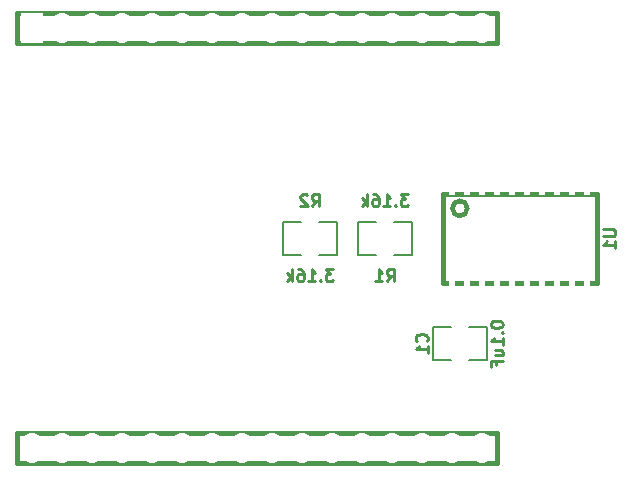
<source format=gbo>
%TF.GenerationSoftware,KiCad,Pcbnew,5.1.7-a382d34a8~87~ubuntu20.04.1*%
%TF.CreationDate,2020-10-30T10:09:33-04:00*%
%TF.ProjectId,encoder_interface_simple_3x2,656e636f-6465-4725-9f69-6e7465726661,1.1*%
%TF.SameCoordinates,Original*%
%TF.FileFunction,Legend,Bot*%
%TF.FilePolarity,Positive*%
%FSLAX46Y46*%
G04 Gerber Fmt 4.6, Leading zero omitted, Abs format (unit mm)*
G04 Created by KiCad (PCBNEW 5.1.7-a382d34a8~87~ubuntu20.04.1) date 2020-10-30 10:09:33*
%MOMM*%
%LPD*%
G01*
G04 APERTURE LIST*
%ADD10C,0.381000*%
%ADD11C,0.177800*%
%ADD12C,0.254000*%
%ADD13C,3.556000*%
%ADD14O,1.854200X2.540000*%
%ADD15R,1.854200X2.540000*%
%ADD16R,1.270000X2.540000*%
%ADD17O,5.080000X3.048000*%
%ADD18O,2.032000X1.524000*%
%ADD19O,1.524000X2.032000*%
%ADD20R,0.600000X2.000000*%
G04 APERTURE END LIST*
D10*
%TO.C,MDB1*%
X86995000Y-105410000D02*
X86995000Y-107950000D01*
X86995000Y-107950000D02*
X127635000Y-107950000D01*
X127635000Y-107950000D02*
X127635000Y-105410000D01*
X127635000Y-105410000D02*
X86995000Y-105410000D01*
X86995000Y-69850000D02*
X86995000Y-72390000D01*
X86995000Y-72390000D02*
X127635000Y-72390000D01*
X127635000Y-72390000D02*
X127635000Y-69850000D01*
X127635000Y-69850000D02*
X86995000Y-69850000D01*
D11*
%TO.C,C1*%
X126746000Y-99187000D02*
X125222000Y-99187000D01*
X126746000Y-96393000D02*
X126746000Y-99187000D01*
X125222000Y-96393000D02*
X126746000Y-96393000D01*
X122174000Y-96393000D02*
X123698000Y-96393000D01*
X122174000Y-99187000D02*
X122174000Y-96393000D01*
X123698000Y-99187000D02*
X122174000Y-99187000D01*
%TO.C,R1*%
X117348000Y-90297000D02*
X115824000Y-90297000D01*
X115824000Y-90297000D02*
X115824000Y-87503000D01*
X115824000Y-87503000D02*
X117348000Y-87503000D01*
X118872000Y-87503000D02*
X120396000Y-87503000D01*
X120396000Y-87503000D02*
X120396000Y-90297000D01*
X120396000Y-90297000D02*
X118872000Y-90297000D01*
%TO.C,R2*%
X109474000Y-87503000D02*
X110998000Y-87503000D01*
X109474000Y-90297000D02*
X109474000Y-87503000D01*
X110998000Y-90297000D02*
X109474000Y-90297000D01*
X114046000Y-90297000D02*
X112522000Y-90297000D01*
X114046000Y-87503000D02*
X114046000Y-90297000D01*
X112522000Y-87503000D02*
X114046000Y-87503000D01*
D10*
%TO.C,U1*%
X123040000Y-92650000D02*
X123040000Y-85150000D01*
X136040000Y-92650000D02*
X123040000Y-92650000D01*
X136040000Y-85150000D02*
X136040000Y-92650000D01*
X123040000Y-85150000D02*
X136040000Y-85150000D01*
X125095000Y-86360000D02*
G75*
G03*
X125095000Y-86360000I-635000J0D01*
G01*
%TO.C,C1*%
D12*
X121647857Y-97620666D02*
X121696238Y-97572285D01*
X121744619Y-97427142D01*
X121744619Y-97330380D01*
X121696238Y-97185238D01*
X121599476Y-97088476D01*
X121502714Y-97040095D01*
X121309190Y-96991714D01*
X121164047Y-96991714D01*
X120970523Y-97040095D01*
X120873761Y-97088476D01*
X120777000Y-97185238D01*
X120728619Y-97330380D01*
X120728619Y-97427142D01*
X120777000Y-97572285D01*
X120825380Y-97620666D01*
X121744619Y-98588285D02*
X121744619Y-98007714D01*
X121744619Y-98298000D02*
X120728619Y-98298000D01*
X120873761Y-98201238D01*
X120970523Y-98104476D01*
X121018904Y-98007714D01*
X127078619Y-96120857D02*
X127078619Y-96217619D01*
X127127000Y-96314380D01*
X127175380Y-96362761D01*
X127272142Y-96411142D01*
X127465666Y-96459523D01*
X127707571Y-96459523D01*
X127901095Y-96411142D01*
X127997857Y-96362761D01*
X128046238Y-96314380D01*
X128094619Y-96217619D01*
X128094619Y-96120857D01*
X128046238Y-96024095D01*
X127997857Y-95975714D01*
X127901095Y-95927333D01*
X127707571Y-95878952D01*
X127465666Y-95878952D01*
X127272142Y-95927333D01*
X127175380Y-95975714D01*
X127127000Y-96024095D01*
X127078619Y-96120857D01*
X127997857Y-96894952D02*
X128046238Y-96943333D01*
X128094619Y-96894952D01*
X128046238Y-96846571D01*
X127997857Y-96894952D01*
X128094619Y-96894952D01*
X128094619Y-97910952D02*
X128094619Y-97330380D01*
X128094619Y-97620666D02*
X127078619Y-97620666D01*
X127223761Y-97523904D01*
X127320523Y-97427142D01*
X127368904Y-97330380D01*
X127417285Y-98781809D02*
X128094619Y-98781809D01*
X127417285Y-98346380D02*
X127949476Y-98346380D01*
X128046238Y-98394761D01*
X128094619Y-98491523D01*
X128094619Y-98636666D01*
X128046238Y-98733428D01*
X127997857Y-98781809D01*
X127562428Y-99604285D02*
X127562428Y-99265619D01*
X128094619Y-99265619D02*
X127078619Y-99265619D01*
X127078619Y-99749428D01*
%TO.C,R1*%
X118279333Y-92534619D02*
X118618000Y-92050809D01*
X118859904Y-92534619D02*
X118859904Y-91518619D01*
X118472857Y-91518619D01*
X118376095Y-91567000D01*
X118327714Y-91615380D01*
X118279333Y-91712142D01*
X118279333Y-91857285D01*
X118327714Y-91954047D01*
X118376095Y-92002428D01*
X118472857Y-92050809D01*
X118859904Y-92050809D01*
X117311714Y-92534619D02*
X117892285Y-92534619D01*
X117602000Y-92534619D02*
X117602000Y-91518619D01*
X117698761Y-91663761D01*
X117795523Y-91760523D01*
X117892285Y-91808904D01*
X120069428Y-85168619D02*
X119440476Y-85168619D01*
X119779142Y-85555666D01*
X119634000Y-85555666D01*
X119537238Y-85604047D01*
X119488857Y-85652428D01*
X119440476Y-85749190D01*
X119440476Y-85991095D01*
X119488857Y-86087857D01*
X119537238Y-86136238D01*
X119634000Y-86184619D01*
X119924285Y-86184619D01*
X120021047Y-86136238D01*
X120069428Y-86087857D01*
X119005047Y-86087857D02*
X118956666Y-86136238D01*
X119005047Y-86184619D01*
X119053428Y-86136238D01*
X119005047Y-86087857D01*
X119005047Y-86184619D01*
X117989047Y-86184619D02*
X118569619Y-86184619D01*
X118279333Y-86184619D02*
X118279333Y-85168619D01*
X118376095Y-85313761D01*
X118472857Y-85410523D01*
X118569619Y-85458904D01*
X117118190Y-85168619D02*
X117311714Y-85168619D01*
X117408476Y-85217000D01*
X117456857Y-85265380D01*
X117553619Y-85410523D01*
X117602000Y-85604047D01*
X117602000Y-85991095D01*
X117553619Y-86087857D01*
X117505238Y-86136238D01*
X117408476Y-86184619D01*
X117214952Y-86184619D01*
X117118190Y-86136238D01*
X117069809Y-86087857D01*
X117021428Y-85991095D01*
X117021428Y-85749190D01*
X117069809Y-85652428D01*
X117118190Y-85604047D01*
X117214952Y-85555666D01*
X117408476Y-85555666D01*
X117505238Y-85604047D01*
X117553619Y-85652428D01*
X117602000Y-85749190D01*
X116586000Y-86184619D02*
X116586000Y-85168619D01*
X116489238Y-85797571D02*
X116198952Y-86184619D01*
X116198952Y-85507285D02*
X116586000Y-85894333D01*
%TO.C,R2*%
X111929333Y-86184619D02*
X112268000Y-85700809D01*
X112509904Y-86184619D02*
X112509904Y-85168619D01*
X112122857Y-85168619D01*
X112026095Y-85217000D01*
X111977714Y-85265380D01*
X111929333Y-85362142D01*
X111929333Y-85507285D01*
X111977714Y-85604047D01*
X112026095Y-85652428D01*
X112122857Y-85700809D01*
X112509904Y-85700809D01*
X111542285Y-85265380D02*
X111493904Y-85217000D01*
X111397142Y-85168619D01*
X111155238Y-85168619D01*
X111058476Y-85217000D01*
X111010095Y-85265380D01*
X110961714Y-85362142D01*
X110961714Y-85458904D01*
X111010095Y-85604047D01*
X111590666Y-86184619D01*
X110961714Y-86184619D01*
X113719428Y-91518619D02*
X113090476Y-91518619D01*
X113429142Y-91905666D01*
X113284000Y-91905666D01*
X113187238Y-91954047D01*
X113138857Y-92002428D01*
X113090476Y-92099190D01*
X113090476Y-92341095D01*
X113138857Y-92437857D01*
X113187238Y-92486238D01*
X113284000Y-92534619D01*
X113574285Y-92534619D01*
X113671047Y-92486238D01*
X113719428Y-92437857D01*
X112655047Y-92437857D02*
X112606666Y-92486238D01*
X112655047Y-92534619D01*
X112703428Y-92486238D01*
X112655047Y-92437857D01*
X112655047Y-92534619D01*
X111639047Y-92534619D02*
X112219619Y-92534619D01*
X111929333Y-92534619D02*
X111929333Y-91518619D01*
X112026095Y-91663761D01*
X112122857Y-91760523D01*
X112219619Y-91808904D01*
X110768190Y-91518619D02*
X110961714Y-91518619D01*
X111058476Y-91567000D01*
X111106857Y-91615380D01*
X111203619Y-91760523D01*
X111252000Y-91954047D01*
X111252000Y-92341095D01*
X111203619Y-92437857D01*
X111155238Y-92486238D01*
X111058476Y-92534619D01*
X110864952Y-92534619D01*
X110768190Y-92486238D01*
X110719809Y-92437857D01*
X110671428Y-92341095D01*
X110671428Y-92099190D01*
X110719809Y-92002428D01*
X110768190Y-91954047D01*
X110864952Y-91905666D01*
X111058476Y-91905666D01*
X111155238Y-91954047D01*
X111203619Y-92002428D01*
X111252000Y-92099190D01*
X110236000Y-92534619D02*
X110236000Y-91518619D01*
X110139238Y-92147571D02*
X109848952Y-92534619D01*
X109848952Y-91857285D02*
X110236000Y-92244333D01*
%TO.C,U1*%
X136603619Y-88125904D02*
X137426095Y-88125904D01*
X137522857Y-88174285D01*
X137571238Y-88222666D01*
X137619619Y-88319428D01*
X137619619Y-88512952D01*
X137571238Y-88609714D01*
X137522857Y-88658095D01*
X137426095Y-88706476D01*
X136603619Y-88706476D01*
X137619619Y-89722476D02*
X137619619Y-89141904D01*
X137619619Y-89432190D02*
X136603619Y-89432190D01*
X136748761Y-89335428D01*
X136845523Y-89238666D01*
X136893904Y-89141904D01*
%TD*%
%LPC*%
D13*
%TO.C,MDB1*%
X130175000Y-71120000D03*
X130175000Y-106680000D03*
X89535000Y-101600000D03*
X89535000Y-76200000D03*
D14*
X88265000Y-106680000D03*
X90805000Y-106680000D03*
X93345000Y-106680000D03*
X95885000Y-106680000D03*
X98425000Y-106680000D03*
X100965000Y-106680000D03*
X103505000Y-106680000D03*
X106045000Y-106680000D03*
X108585000Y-106680000D03*
X111125000Y-106680000D03*
X113665000Y-106680000D03*
X116205000Y-106680000D03*
X118745000Y-106680000D03*
X121285000Y-106680000D03*
X123825000Y-106680000D03*
X126365000Y-106680000D03*
X126365000Y-71120000D03*
X123825000Y-71120000D03*
X121285000Y-71120000D03*
X118745000Y-71120000D03*
X116205000Y-71120000D03*
X113665000Y-71120000D03*
X111125000Y-71120000D03*
X108585000Y-71120000D03*
X106045000Y-71120000D03*
X103505000Y-71120000D03*
X100965000Y-71120000D03*
X98425000Y-71120000D03*
X95885000Y-71120000D03*
D15*
X88265000Y-71120000D03*
D14*
X93345000Y-71120000D03*
X90805000Y-71120000D03*
%TD*%
D16*
%TO.C,C1*%
X122936000Y-97790000D03*
X125984000Y-97790000D03*
%TD*%
D17*
%TO.C,P1*%
X149225000Y-83820000D03*
X149225000Y-93980000D03*
D18*
X143129000Y-88900000D03*
D19*
X140335000Y-88900000D03*
X140335000Y-91694000D03*
X140335000Y-86106000D03*
%TD*%
D16*
%TO.C,R1*%
X119634000Y-88900000D03*
X116586000Y-88900000D03*
%TD*%
%TO.C,R2*%
X113284000Y-88900000D03*
X110236000Y-88900000D03*
%TD*%
D20*
%TO.C,U1*%
X123825000Y-93550000D03*
X125095000Y-93550000D03*
X126365000Y-93550000D03*
X127635000Y-93550000D03*
X128905000Y-93550000D03*
X130175000Y-93550000D03*
X131445000Y-93550000D03*
X132715000Y-93550000D03*
X133985000Y-93550000D03*
X135255000Y-93550000D03*
X135255000Y-84250000D03*
X133985000Y-84250000D03*
X132715000Y-84250000D03*
X131445000Y-84250000D03*
X130175000Y-84250000D03*
X128905000Y-84250000D03*
X127635000Y-84250000D03*
X126365000Y-84250000D03*
X125095000Y-84250000D03*
X123825000Y-84250000D03*
%TD*%
M02*

</source>
